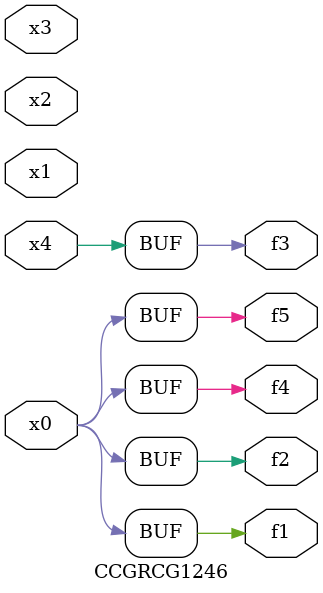
<source format=v>
module CCGRCG1246(
	input x0, x1, x2, x3, x4,
	output f1, f2, f3, f4, f5
);
	assign f1 = x0;
	assign f2 = x0;
	assign f3 = x4;
	assign f4 = x0;
	assign f5 = x0;
endmodule

</source>
